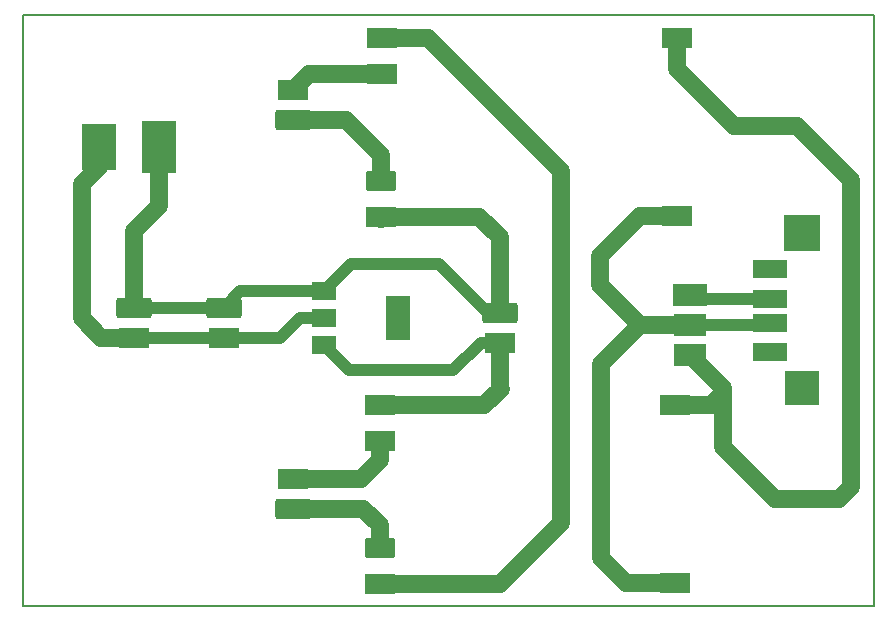
<source format=gbr>
%TF.GenerationSoftware,KiCad,Pcbnew,6.0.7+dfsg-1+b1*%
%TF.CreationDate,2022-10-19T23:41:23-05:00*%
%TF.ProjectId,solar_battery_charge,736f6c61-725f-4626-9174-746572795f63,rev?*%
%TF.SameCoordinates,Original*%
%TF.FileFunction,Copper,L1,Top*%
%TF.FilePolarity,Positive*%
%FSLAX46Y46*%
G04 Gerber Fmt 4.6, Leading zero omitted, Abs format (unit mm)*
G04 Created by KiCad (PCBNEW 6.0.7+dfsg-1+b1) date 2022-10-19 23:41:23*
%MOMM*%
%LPD*%
G01*
G04 APERTURE LIST*
G04 Aperture macros list*
%AMRoundRect*
0 Rectangle with rounded corners*
0 $1 Rounding radius*
0 $2 $3 $4 $5 $6 $7 $8 $9 X,Y pos of 4 corners*
0 Add a 4 corners polygon primitive as box body*
4,1,4,$2,$3,$4,$5,$6,$7,$8,$9,$2,$3,0*
0 Add four circle primitives for the rounded corners*
1,1,$1+$1,$2,$3*
1,1,$1+$1,$4,$5*
1,1,$1+$1,$6,$7*
1,1,$1+$1,$8,$9*
0 Add four rect primitives between the rounded corners*
20,1,$1+$1,$2,$3,$4,$5,0*
20,1,$1+$1,$4,$5,$6,$7,0*
20,1,$1+$1,$6,$7,$8,$9,0*
20,1,$1+$1,$8,$9,$2,$3,0*%
%AMFreePoly0*
4,1,5,1.500000,-1.500000,-1.500000,-1.500000,-1.500000,1.500000,1.500000,1.500000,1.500000,-1.500000,1.500000,-1.500000,$1*%
G04 Aperture macros list end*
%TA.AperFunction,NonConductor*%
%ADD10C,0.200000*%
%TD*%
%TA.AperFunction,ComponentPad*%
%ADD11R,3.000000X1.905000*%
%TD*%
%TA.AperFunction,ComponentPad*%
%ADD12R,2.700000X1.905000*%
%TD*%
%TA.AperFunction,ComponentPad*%
%ADD13R,3.000000X4.500000*%
%TD*%
%TA.AperFunction,ComponentPad*%
%ADD14R,3.000000X4.000000*%
%TD*%
%TA.AperFunction,ComponentPad*%
%ADD15RoundRect,0.250000X-1.250000X0.620000X-1.250000X-0.620000X1.250000X-0.620000X1.250000X0.620000X0*%
%TD*%
%TA.AperFunction,ComponentPad*%
%ADD16R,2.540000X1.740000*%
%TD*%
%TA.AperFunction,ComponentPad*%
%ADD17RoundRect,0.250000X1.250000X-0.620000X1.250000X0.620000X-1.250000X0.620000X-1.250000X-0.620000X0*%
%TD*%
%TA.AperFunction,SMDPad,CuDef*%
%ADD18R,2.000000X1.500000*%
%TD*%
%TA.AperFunction,SMDPad,CuDef*%
%ADD19R,2.000000X3.800000*%
%TD*%
%TA.AperFunction,ComponentPad*%
%ADD20RoundRect,0.250000X-1.020000X0.620000X-1.020000X-0.620000X1.020000X-0.620000X1.020000X0.620000X0*%
%TD*%
%TA.AperFunction,ComponentPad*%
%ADD21R,3.000000X1.600000*%
%TD*%
%TA.AperFunction,ComponentPad*%
%ADD22FreePoly0,90.000000*%
%TD*%
%TA.AperFunction,ComponentPad*%
%ADD23R,3.000000X3.000000*%
%TD*%
%TA.AperFunction,Conductor*%
%ADD24C,1.500000*%
%TD*%
%TA.AperFunction,Conductor*%
%ADD25C,1.000000*%
%TD*%
G04 APERTURE END LIST*
D10*
X168600000Y-24377600D02*
X96520000Y-24377600D01*
X96520000Y-24377600D02*
X96520000Y-74377600D01*
X96520000Y-74377600D02*
X168600000Y-74377600D01*
X168600000Y-74377600D02*
X168600000Y-24377600D01*
D11*
%TO.P,U1,1,VI*%
%TO.N,solarPanel+*%
X153017500Y-48055000D03*
D12*
%TO.P,U1,2,GND*%
%TO.N,solarPanel-*%
X153017500Y-50595000D03*
%TO.P,U1,3,VO*%
%TO.N,5v+*%
X153017500Y-53135000D03*
%TD*%
D13*
%TO.P,J4,1,Pin_1*%
%TO.N,battery-*%
X108090000Y-35500000D03*
D14*
%TO.P,J4,2,Pin_2*%
%TO.N,5.0v_bat*%
X103010000Y-35500000D03*
%TD*%
D15*
%TO.P,J2,1,Pin_1*%
%TO.N,battery-*%
X113561700Y-49108000D03*
D16*
%TO.P,J2,2,Pin_2*%
%TO.N,5.0v_bat*%
X113561700Y-51648000D03*
%TD*%
D17*
%TO.P,J6,1,Pin_1*%
%TO.N,batery2-*%
X119407500Y-33200000D03*
D16*
%TO.P,J6,2,Pin_2*%
%TO.N,batery2+*%
X119407500Y-30660000D03*
%TD*%
D18*
%TO.P,U2,1,GND*%
%TO.N,battery-*%
X122050000Y-47700000D03*
D19*
%TO.P,U2,2,VO*%
%TO.N,5.0v_bat*%
X128350000Y-50000000D03*
D18*
X122050000Y-50000000D03*
%TO.P,U2,3,VI*%
%TO.N,battery+*%
X122050000Y-52300000D03*
%TD*%
D15*
%TO.P,J7,1,Pin_1*%
%TO.N,battery-*%
X136960000Y-49530000D03*
D16*
%TO.P,J7,2,Pin_2*%
%TO.N,battery+*%
X136960000Y-52070000D03*
%TD*%
D20*
%TO.P,U3,1,B-*%
%TO.N,batery2-*%
X126900200Y-38402800D03*
D16*
%TO.P,U3,2,B+*%
%TO.N,batery2+*%
X126950200Y-29302800D03*
%TO.P,U3,3,OUT-*%
%TO.N,battery-*%
X126900200Y-41402800D03*
%TO.P,U3,4,OUT+*%
%TO.N,battery_series*%
X126950200Y-26302800D03*
%TO.P,U3,5,-*%
%TO.N,solarPanel-*%
X151900200Y-41352800D03*
%TO.P,U3,6,+*%
%TO.N,5v+*%
X151900200Y-26302800D03*
%TD*%
D15*
%TO.P,J3,1,Pin_1*%
%TO.N,battery-*%
X105961700Y-49108000D03*
D16*
%TO.P,J3,2,Pin_2*%
%TO.N,5.0v_bat*%
X105961700Y-51648000D03*
%TD*%
D21*
%TO.P,J1,1,VBUS*%
%TO.N,unconnected-(J1-Pad1)*%
X159790800Y-52877600D03*
%TO.P,J1,2,D-*%
%TO.N,solarPanel-*%
X159790800Y-50377600D03*
%TO.P,J1,3,D+*%
%TO.N,solarPanel+*%
X159790800Y-48377600D03*
%TO.P,J1,4,GND*%
%TO.N,unconnected-(J1-Pad4)*%
X159790800Y-45877600D03*
D22*
%TO.P,J1,5,Shield*%
%TO.N,unconnected-(J1-Pad5)*%
X162500800Y-42807600D03*
D23*
X162500800Y-55947600D03*
%TD*%
D17*
%TO.P,J5,1,Pin_1*%
%TO.N,batery1-*%
X119407500Y-66141600D03*
D16*
%TO.P,J5,2,Pin_2*%
%TO.N,batery1+*%
X119407500Y-63601600D03*
%TD*%
D20*
%TO.P,U4,1,B-*%
%TO.N,batery1-*%
X126747800Y-69492400D03*
D16*
%TO.P,U4,2,B+*%
%TO.N,batery1+*%
X126797800Y-60392400D03*
%TO.P,U4,3,OUT-*%
%TO.N,battery_series*%
X126747800Y-72492400D03*
%TO.P,U4,4,OUT+*%
%TO.N,battery+*%
X126797800Y-57392400D03*
%TO.P,U4,5,-*%
%TO.N,solarPanel-*%
X151747800Y-72442400D03*
%TO.P,U4,6,+*%
%TO.N,5v+*%
X151747800Y-57392400D03*
%TD*%
D24*
%TO.N,batery1-*%
X126747800Y-69492400D02*
X126747800Y-67547800D01*
X125341600Y-66141600D02*
X119407500Y-66141600D01*
X126747800Y-67547800D02*
X125341600Y-66141600D01*
%TO.N,batery1+*%
X126797800Y-62002200D02*
X125198400Y-63601600D01*
X126797800Y-60392400D02*
X126797800Y-62002200D01*
X125198400Y-63601600D02*
X119407500Y-63601600D01*
%TO.N,batery2-*%
X123878000Y-33200000D02*
X126900200Y-36222200D01*
X126900200Y-36222200D02*
X126900200Y-38402800D01*
X119407500Y-33200000D02*
X123878000Y-33200000D01*
%TO.N,batery2+*%
X126950200Y-29302800D02*
X120764700Y-29302800D01*
D25*
X119417500Y-30670000D02*
X119407500Y-30660000D01*
D24*
X120764700Y-29302800D02*
X119407500Y-30660000D01*
D25*
%TO.N,solarPanel+*%
X153340100Y-48377600D02*
X153017500Y-48055000D01*
X159790800Y-48377600D02*
X153340100Y-48377600D01*
X153342500Y-48380000D02*
X153017500Y-48055000D01*
D24*
%TO.N,solarPanel-*%
X145520000Y-53870000D02*
X145520000Y-70336000D01*
X145440000Y-44740000D02*
X145440000Y-47240000D01*
X148795000Y-50595000D02*
X145520000Y-53870000D01*
X147626400Y-72442400D02*
X151747800Y-72442400D01*
D25*
X159573400Y-50595000D02*
X159790800Y-50377600D01*
D24*
X145440000Y-44740000D02*
X148827200Y-41352800D01*
X145520000Y-70336000D02*
X147626400Y-72442400D01*
D25*
X153017500Y-50595000D02*
X159573400Y-50595000D01*
D24*
X145440000Y-47240000D02*
X148795000Y-50595000D01*
X153017500Y-50595000D02*
X148795000Y-50595000D01*
X148827200Y-41352800D02*
X151900200Y-41352800D01*
D25*
X153112500Y-50690000D02*
X153017500Y-50595000D01*
D24*
%TO.N,battery-*%
X135202800Y-41402800D02*
X136960000Y-43160000D01*
D25*
X135930000Y-49530000D02*
X131800000Y-45400000D01*
D24*
X126900200Y-41402800D02*
X135202800Y-41402800D01*
D25*
X113561700Y-49108000D02*
X105961700Y-49108000D01*
D24*
X136960000Y-43160000D02*
X136960000Y-49530000D01*
D25*
X131800000Y-45400000D02*
X124350000Y-45400000D01*
X124350000Y-45400000D02*
X122050000Y-47700000D01*
X114969700Y-47700000D02*
X113561700Y-49108000D01*
X136960000Y-49530000D02*
X135930000Y-49530000D01*
D24*
X108090000Y-40540000D02*
X108090000Y-35500000D01*
X105962500Y-42667500D02*
X105962500Y-49107200D01*
X105962500Y-42667500D02*
X108090000Y-40540000D01*
X105962500Y-49107200D02*
X105961700Y-49108000D01*
D25*
X122050000Y-47700000D02*
X114969700Y-47700000D01*
D24*
X126900200Y-41603400D02*
X126900200Y-41402800D01*
D25*
%TO.N,battery+*%
X136960000Y-52070000D02*
X135330000Y-52070000D01*
X135330000Y-52070000D02*
X133000000Y-54400000D01*
D24*
X126797800Y-57392400D02*
X135607600Y-57392400D01*
X135607600Y-57392400D02*
X137000000Y-56000000D01*
D25*
X124150000Y-54400000D02*
X122050000Y-52300000D01*
X133000000Y-54400000D02*
X124150000Y-54400000D01*
D24*
X137000000Y-56000000D02*
X136960000Y-55960000D01*
X136960000Y-55960000D02*
X136960000Y-52070000D01*
%TO.N,5v+*%
X153017500Y-53135000D02*
X155830000Y-55947500D01*
X156740000Y-33740000D02*
X151900200Y-28900200D01*
X151900200Y-28900200D02*
X151900200Y-26302800D01*
X154800000Y-57400000D02*
X154792400Y-57392400D01*
X154792400Y-57392400D02*
X151747800Y-57392400D01*
X162080000Y-33740000D02*
X156740000Y-33740000D01*
X166640000Y-64290000D02*
X166640000Y-38300000D01*
X166640000Y-38300000D02*
X162080000Y-33740000D01*
X160230000Y-65320000D02*
X165610000Y-65320000D01*
X155830000Y-55947500D02*
X155830000Y-60920000D01*
X155830000Y-56370000D02*
X154800000Y-57400000D01*
X165610000Y-65320000D02*
X166640000Y-64290000D01*
X155830000Y-55947500D02*
X155830000Y-56370000D01*
X155830000Y-60920000D02*
X160230000Y-65320000D01*
D25*
%TO.N,5.0v_bat*%
X113561700Y-51648000D02*
X105961700Y-51648000D01*
D24*
X103010000Y-37220000D02*
X103010000Y-35500000D01*
X105961700Y-51648000D02*
X103191700Y-51648000D01*
X101550000Y-38680000D02*
X101550000Y-50004700D01*
X101550000Y-38680000D02*
X103010000Y-37220000D01*
D25*
X118352000Y-51648000D02*
X113561700Y-51648000D01*
X120000000Y-50000000D02*
X118352000Y-51648000D01*
D24*
X101550000Y-50004700D02*
X101549200Y-50005500D01*
D25*
X122050000Y-50000000D02*
X120000000Y-50000000D01*
D24*
X103191700Y-51648000D02*
X101549200Y-50005500D01*
D25*
X113713700Y-51800000D02*
X113561700Y-51648000D01*
D24*
%TO.N,battery_series*%
X136956000Y-72492400D02*
X126747800Y-72492400D01*
X142080000Y-67368400D02*
X136956000Y-72492400D01*
X130852800Y-26302800D02*
X142080000Y-37530000D01*
X142080000Y-37530000D02*
X142080000Y-67368400D01*
X126950200Y-26302800D02*
X130852800Y-26302800D01*
%TD*%
M02*

</source>
